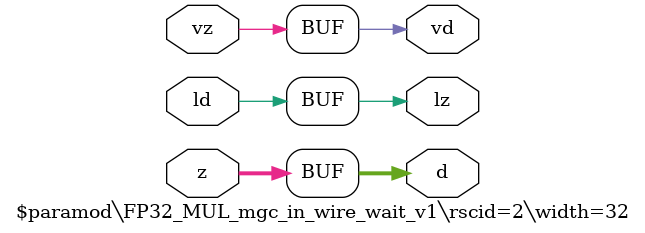
<source format=v>
module \$paramod\FP32_MUL_mgc_in_wire_wait_v1\rscid=2\width=32 (ld, vd, d, lz, vz, z);
  (* src = "./vmod/vlibs/HLS_fp32_mul.v:14" *)
  output [31:0] d;
  (* src = "./vmod/vlibs/HLS_fp32_mul.v:12" *)
  input ld;
  (* src = "./vmod/vlibs/HLS_fp32_mul.v:15" *)
  output lz;
  (* src = "./vmod/vlibs/HLS_fp32_mul.v:13" *)
  output vd;
  (* src = "./vmod/vlibs/HLS_fp32_mul.v:16" *)
  input vz;
  (* src = "./vmod/vlibs/HLS_fp32_mul.v:17" *)
  input [31:0] z;
  assign d = z;
  assign lz = ld;
  assign vd = vz;
endmodule

</source>
